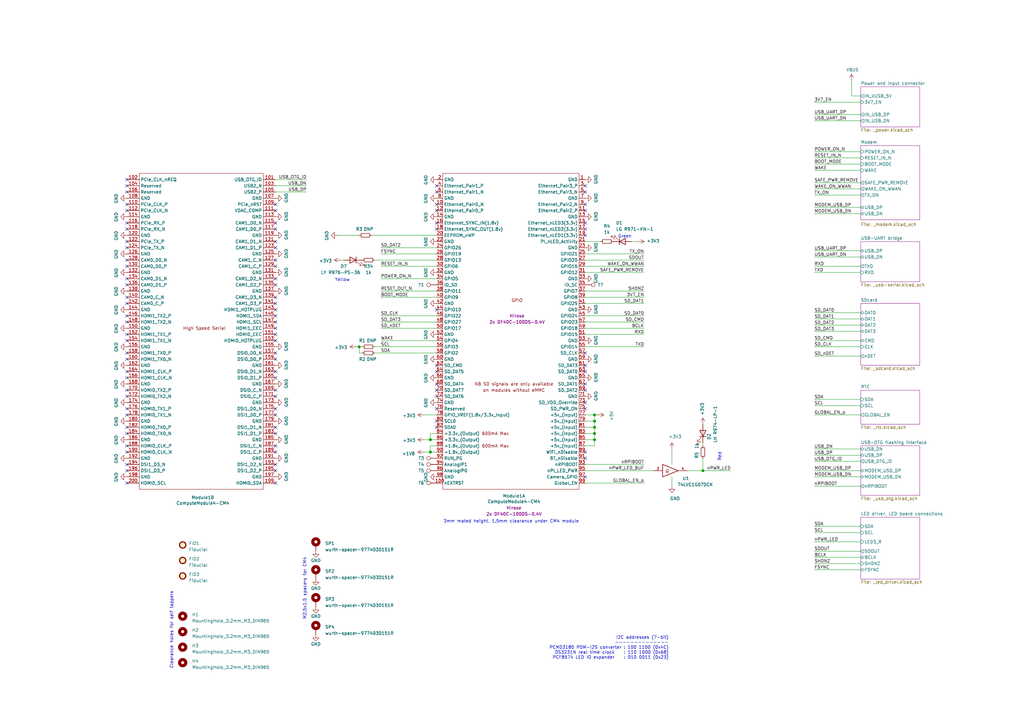
<source format=kicad_sch>
(kicad_sch (version 20210406) (generator eeschema)
  (paper "A3")
  (junction (at 147.32 142.24) (diameter 1.016))
  (junction (at 176.53 180.34) (diameter 1.016))
  (junction (at 176.53 185.42) (diameter 1.016))
  (junction (at 243.84 170.18) (diameter 1.016))
  (junction (at 243.84 172.72) (diameter 1.016))
  (junction (at 243.84 175.26) (diameter 1.016))
  (junction (at 243.84 177.8) (diameter 1.016))
  (junction (at 243.84 180.34) (diameter 1.016))
  (junction (at 288.29 193.04) (diameter 1.016))
  (no_connect (at 52.07 73.66))
  (no_connect (at 52.07 76.2))
  (no_connect (at 52.07 78.74))
  (no_connect (at 52.07 83.82))
  (no_connect (at 52.07 86.36))
  (no_connect (at 52.07 91.44))
  (no_connect (at 52.07 93.98))
  (no_connect (at 52.07 99.06))
  (no_connect (at 52.07 101.6))
  (no_connect (at 52.07 106.68))
  (no_connect (at 52.07 109.22))
  (no_connect (at 52.07 114.3))
  (no_connect (at 52.07 116.84))
  (no_connect (at 52.07 121.92))
  (no_connect (at 52.07 124.46))
  (no_connect (at 52.07 129.54))
  (no_connect (at 52.07 132.08))
  (no_connect (at 52.07 137.16))
  (no_connect (at 52.07 139.7))
  (no_connect (at 52.07 144.78))
  (no_connect (at 52.07 147.32))
  (no_connect (at 52.07 152.4))
  (no_connect (at 52.07 154.94))
  (no_connect (at 52.07 160.02))
  (no_connect (at 52.07 162.56))
  (no_connect (at 52.07 167.64))
  (no_connect (at 52.07 170.18))
  (no_connect (at 52.07 175.26))
  (no_connect (at 52.07 177.8))
  (no_connect (at 52.07 182.88))
  (no_connect (at 52.07 185.42))
  (no_connect (at 52.07 190.5))
  (no_connect (at 52.07 193.04))
  (no_connect (at 52.07 198.12))
  (no_connect (at 113.03 83.82))
  (no_connect (at 113.03 86.36))
  (no_connect (at 113.03 91.44))
  (no_connect (at 113.03 93.98))
  (no_connect (at 113.03 99.06))
  (no_connect (at 113.03 101.6))
  (no_connect (at 113.03 106.68))
  (no_connect (at 113.03 109.22))
  (no_connect (at 113.03 114.3))
  (no_connect (at 113.03 116.84))
  (no_connect (at 113.03 121.92))
  (no_connect (at 113.03 124.46))
  (no_connect (at 113.03 127))
  (no_connect (at 113.03 129.54))
  (no_connect (at 113.03 132.08))
  (no_connect (at 113.03 134.62))
  (no_connect (at 113.03 137.16))
  (no_connect (at 113.03 139.7))
  (no_connect (at 113.03 144.78))
  (no_connect (at 113.03 147.32))
  (no_connect (at 113.03 152.4))
  (no_connect (at 113.03 154.94))
  (no_connect (at 113.03 160.02))
  (no_connect (at 113.03 162.56))
  (no_connect (at 113.03 167.64))
  (no_connect (at 113.03 170.18))
  (no_connect (at 113.03 175.26))
  (no_connect (at 113.03 177.8))
  (no_connect (at 113.03 182.88))
  (no_connect (at 113.03 185.42))
  (no_connect (at 113.03 190.5))
  (no_connect (at 113.03 193.04))
  (no_connect (at 113.03 198.12))
  (no_connect (at 179.07 76.2))
  (no_connect (at 179.07 78.74))
  (no_connect (at 179.07 83.82))
  (no_connect (at 179.07 86.36))
  (no_connect (at 179.07 91.44))
  (no_connect (at 179.07 93.98))
  (no_connect (at 179.07 127))
  (no_connect (at 179.07 149.86))
  (no_connect (at 179.07 152.4))
  (no_connect (at 179.07 157.48))
  (no_connect (at 179.07 160.02))
  (no_connect (at 179.07 162.56))
  (no_connect (at 179.07 167.64))
  (no_connect (at 179.07 172.72))
  (no_connect (at 179.07 175.26))
  (no_connect (at 240.03 76.2))
  (no_connect (at 240.03 78.74))
  (no_connect (at 240.03 83.82))
  (no_connect (at 240.03 86.36))
  (no_connect (at 240.03 91.44))
  (no_connect (at 240.03 93.98))
  (no_connect (at 240.03 96.52))
  (no_connect (at 240.03 144.78))
  (no_connect (at 240.03 149.86))
  (no_connect (at 240.03 152.4))
  (no_connect (at 240.03 157.48))
  (no_connect (at 240.03 160.02))
  (no_connect (at 240.03 165.1))
  (no_connect (at 240.03 167.64))
  (no_connect (at 240.03 185.42))
  (no_connect (at 240.03 187.96))
  (no_connect (at 240.03 195.58))
  (wire (pts (xy 113.03 73.66) (xy 125.73 73.66)))
  (wire (pts (xy 113.03 76.2) (xy 125.73 76.2)))
  (wire (pts (xy 113.03 78.74) (xy 125.73 78.74)))
  (wire (pts (xy 138.43 96.52) (xy 147.32 96.52)))
  (wire (pts (xy 140.97 106.68) (xy 139.7 106.68)))
  (wire (pts (xy 146.05 142.24) (xy 147.32 142.24)))
  (wire (pts (xy 147.32 142.24) (xy 148.59 142.24)))
  (wire (pts (xy 147.32 144.78) (xy 147.32 142.24)))
  (wire (pts (xy 148.59 144.78) (xy 147.32 144.78)))
  (wire (pts (xy 152.4 96.52) (xy 179.07 96.52)))
  (wire (pts (xy 153.67 106.68) (xy 179.07 106.68)))
  (wire (pts (xy 153.67 142.24) (xy 179.07 142.24)))
  (wire (pts (xy 153.67 144.78) (xy 179.07 144.78)))
  (wire (pts (xy 156.21 101.6) (xy 179.07 101.6)))
  (wire (pts (xy 156.21 104.14) (xy 179.07 104.14)))
  (wire (pts (xy 156.21 109.22) (xy 179.07 109.22)))
  (wire (pts (xy 156.21 114.3) (xy 179.07 114.3)))
  (wire (pts (xy 156.21 119.38) (xy 179.07 119.38)))
  (wire (pts (xy 156.21 121.92) (xy 179.07 121.92)))
  (wire (pts (xy 156.21 129.54) (xy 179.07 129.54)))
  (wire (pts (xy 156.21 132.08) (xy 179.07 132.08)))
  (wire (pts (xy 156.21 134.62) (xy 179.07 134.62)))
  (wire (pts (xy 156.21 139.7) (xy 179.07 139.7)))
  (wire (pts (xy 173.99 170.18) (xy 179.07 170.18)))
  (wire (pts (xy 173.99 180.34) (xy 176.53 180.34)))
  (wire (pts (xy 173.99 185.42) (xy 176.53 185.42)))
  (wire (pts (xy 176.53 177.8) (xy 176.53 180.34)))
  (wire (pts (xy 176.53 180.34) (xy 179.07 180.34)))
  (wire (pts (xy 176.53 182.88) (xy 179.07 182.88)))
  (wire (pts (xy 176.53 185.42) (xy 176.53 182.88)))
  (wire (pts (xy 179.07 177.8) (xy 176.53 177.8)))
  (wire (pts (xy 179.07 185.42) (xy 176.53 185.42)))
  (wire (pts (xy 240.03 99.06) (xy 246.38 99.06)))
  (wire (pts (xy 240.03 104.14) (xy 264.16 104.14)))
  (wire (pts (xy 240.03 106.68) (xy 264.16 106.68)))
  (wire (pts (xy 240.03 109.22) (xy 264.16 109.22)))
  (wire (pts (xy 240.03 111.76) (xy 264.16 111.76)))
  (wire (pts (xy 240.03 119.38) (xy 264.16 119.38)))
  (wire (pts (xy 240.03 121.92) (xy 264.16 121.92)))
  (wire (pts (xy 240.03 124.46) (xy 264.16 124.46)))
  (wire (pts (xy 240.03 129.54) (xy 264.16 129.54)))
  (wire (pts (xy 240.03 132.08) (xy 264.16 132.08)))
  (wire (pts (xy 240.03 134.62) (xy 264.16 134.62)))
  (wire (pts (xy 240.03 137.16) (xy 264.16 137.16)))
  (wire (pts (xy 240.03 142.24) (xy 264.16 142.24)))
  (wire (pts (xy 240.03 170.18) (xy 243.84 170.18)))
  (wire (pts (xy 240.03 172.72) (xy 243.84 172.72)))
  (wire (pts (xy 240.03 175.26) (xy 243.84 175.26)))
  (wire (pts (xy 240.03 177.8) (xy 243.84 177.8)))
  (wire (pts (xy 240.03 180.34) (xy 243.84 180.34)))
  (wire (pts (xy 240.03 190.5) (xy 264.16 190.5)))
  (wire (pts (xy 240.03 193.04) (xy 267.97 193.04)))
  (wire (pts (xy 240.03 198.12) (xy 264.16 198.12)))
  (wire (pts (xy 243.84 170.18) (xy 243.84 172.72)))
  (wire (pts (xy 243.84 170.18) (xy 245.11 170.18)))
  (wire (pts (xy 243.84 172.72) (xy 243.84 175.26)))
  (wire (pts (xy 243.84 175.26) (xy 243.84 177.8)))
  (wire (pts (xy 243.84 177.8) (xy 243.84 180.34)))
  (wire (pts (xy 243.84 180.34) (xy 243.84 182.88)))
  (wire (pts (xy 243.84 182.88) (xy 240.03 182.88)))
  (wire (pts (xy 259.08 99.06) (xy 261.62 99.06)))
  (wire (pts (xy 275.59 184.15) (xy 275.59 190.5)))
  (wire (pts (xy 275.59 195.58) (xy 275.59 199.39)))
  (wire (pts (xy 281.94 193.04) (xy 288.29 193.04)))
  (wire (pts (xy 288.29 181.61) (xy 288.29 182.88)))
  (wire (pts (xy 288.29 187.96) (xy 288.29 193.04)))
  (wire (pts (xy 288.29 193.04) (xy 299.72 193.04)))
  (wire (pts (xy 334.01 41.91) (xy 353.06 41.91)))
  (wire (pts (xy 334.01 46.99) (xy 353.06 46.99)))
  (wire (pts (xy 334.01 49.53) (xy 353.06 49.53)))
  (wire (pts (xy 334.01 62.23) (xy 353.06 62.23)))
  (wire (pts (xy 334.01 64.77) (xy 353.06 64.77)))
  (wire (pts (xy 334.01 67.31) (xy 353.06 67.31)))
  (wire (pts (xy 334.01 69.85) (xy 353.06 69.85)))
  (wire (pts (xy 334.01 74.93) (xy 353.06 74.93)))
  (wire (pts (xy 334.01 77.47) (xy 353.06 77.47)))
  (wire (pts (xy 334.01 80.01) (xy 353.06 80.01)))
  (wire (pts (xy 334.01 85.09) (xy 353.06 85.09)))
  (wire (pts (xy 334.01 87.63) (xy 353.06 87.63)))
  (wire (pts (xy 334.01 102.87) (xy 353.06 102.87)))
  (wire (pts (xy 334.01 105.41) (xy 353.06 105.41)))
  (wire (pts (xy 334.01 109.22) (xy 353.06 109.22)))
  (wire (pts (xy 334.01 111.76) (xy 353.06 111.76)))
  (wire (pts (xy 334.01 128.27) (xy 353.06 128.27)))
  (wire (pts (xy 334.01 130.81) (xy 353.06 130.81)))
  (wire (pts (xy 334.01 133.35) (xy 353.06 133.35)))
  (wire (pts (xy 334.01 135.89) (xy 353.06 135.89)))
  (wire (pts (xy 334.01 139.7) (xy 353.06 139.7)))
  (wire (pts (xy 334.01 142.24) (xy 353.06 142.24)))
  (wire (pts (xy 334.01 146.05) (xy 353.06 146.05)))
  (wire (pts (xy 334.01 163.83) (xy 353.06 163.83)))
  (wire (pts (xy 334.01 166.37) (xy 353.06 166.37)))
  (wire (pts (xy 334.01 184.15) (xy 353.06 184.15)))
  (wire (pts (xy 334.01 186.69) (xy 353.06 186.69)))
  (wire (pts (xy 334.01 189.23) (xy 353.06 189.23)))
  (wire (pts (xy 334.01 193.04) (xy 353.06 193.04)))
  (wire (pts (xy 334.01 195.58) (xy 353.06 195.58)))
  (wire (pts (xy 334.01 199.39) (xy 353.06 199.39)))
  (wire (pts (xy 334.01 215.9) (xy 353.06 215.9)))
  (wire (pts (xy 334.01 218.44) (xy 353.06 218.44)))
  (wire (pts (xy 334.01 222.25) (xy 353.06 222.25)))
  (wire (pts (xy 334.01 226.06) (xy 353.06 226.06)))
  (wire (pts (xy 334.01 228.6) (xy 353.06 228.6)))
  (wire (pts (xy 334.01 231.14) (xy 353.06 231.14)))
  (wire (pts (xy 334.01 233.68) (xy 353.06 233.68)))
  (wire (pts (xy 349.25 33.02) (xy 349.25 39.37)))
  (wire (pts (xy 349.25 39.37) (xy 353.06 39.37)))
  (wire (pts (xy 353.06 170.18) (xy 334.01 170.18)))
  (text "Clearance holes for self tappers" (at 71.12 274.32 90) (effects (font (size 1.27 1.27)) (justify left bottom)))
  (text "M2.5x1.5 spacers for CM4" (at 125.73 228.6 270) (effects (font (size 1.27 1.27)) (justify right bottom)))
  (text "Yellow" (at 143.51 115.57 180) (effects (font (size 1.27 1.27)) (justify right bottom)))
  (text "3mm mated height, 1.5mm clearance under CM4 module" (at 237.49 214.63 0) (effects (font (size 1.27 1.27)) (justify right bottom)))
  (text "Green" (at 259.08 97.79 180) (effects (font (size 1.27 1.27)) (justify right bottom)))
  (text "I2C addresses (7-bit)\n--------------\nPCMD3180 PDM-I2S converter : 100 1100 (0x4C)\nDS3231N real time clock    : 110 1000 (0x68)\nPCF8574 LED IO expander    : 010 0011 (0x23)\n" (at 274.32 270.51 0) (effects (font (size 1.27 1.27)) (justify right bottom)))
  (text "Red" (at 295.91 185.42 270) (effects (font (size 1.27 1.27)) (justify right bottom)))
  (label "USB_OTG_ID" (at 125.73 73.66 180))
  (label "USB_DN" (at 125.73 76.2 180))
  (label "USB_DP" (at 125.73 78.74 180))
  (label "SD_DAT2" (at 156.21 101.6 0))
  (label "FSYNC" (at 156.21 104.14 0))
  (label "RESET_IN_N" (at 156.21 109.22 0))
  (label "POWER_ON_N" (at 156.21 114.3 0))
  (label "RESET_OUT_N" (at 156.21 119.38 0))
  (label "BOOT_MODE" (at 156.21 121.92 0))
  (label "SD_CLK" (at 156.21 129.54 0))
  (label "SD_DAT3" (at 156.21 132.08 0))
  (label "SD_nDET" (at 156.21 134.62 0))
  (label "WAKE" (at 156.21 139.7 0))
  (label "SCL" (at 156.21 142.24 0))
  (label "SDA" (at 156.21 144.78 0))
  (label "TX_ON" (at 264.16 104.14 180))
  (label "SDOUT" (at 264.16 106.68 180))
  (label "WAKE_ON_WWAN" (at 264.16 109.22 180))
  (label "SAFE_PWR_REMOVE" (at 264.16 111.76 180))
  (label "SHDNZ" (at 264.16 119.38 180))
  (label "3V7_EN" (at 264.16 121.92 180))
  (label "SD_DAT1" (at 264.16 124.46 180))
  (label "SD_DAT0" (at 264.16 129.54 180))
  (label "SD_CMD" (at 264.16 132.08 180))
  (label "BCLK" (at 264.16 134.62 180))
  (label "RXD" (at 264.16 137.16 180))
  (label "TXD" (at 264.16 142.24 180))
  (label "nRPIBOOT" (at 264.16 190.5 180))
  (label "nPWR_LED_BUF" (at 264.16 193.04 180))
  (label "GLOBAL_EN_o" (at 264.16 198.12 180))
  (label "nPWR_LED" (at 299.72 193.04 180))
  (label "3V7_EN" (at 334.01 41.91 0))
  (label "USB_UART_DP" (at 334.01 46.99 0))
  (label "USB_UART_DN" (at 334.01 49.53 0))
  (label "POWER_ON_N" (at 334.01 62.23 0))
  (label "RESET_IN_N" (at 334.01 64.77 0))
  (label "BOOT_MODE" (at 334.01 67.31 0))
  (label "WAKE" (at 334.01 69.85 0))
  (label "SAFE_PWR_REMOVE" (at 334.01 74.93 0))
  (label "WAKE_ON_WWAN" (at 334.01 77.47 0))
  (label "TX_ON" (at 334.01 80.01 0))
  (label "MODEM_USB_DP" (at 334.01 85.09 0))
  (label "MODEM_USB_DN" (at 334.01 87.63 0))
  (label "USB_UART_DP" (at 334.01 102.87 0))
  (label "USB_UART_DN" (at 334.01 105.41 0))
  (label "RXD" (at 334.01 109.22 0))
  (label "TXD" (at 334.01 111.76 0))
  (label "SD_DAT0" (at 334.01 128.27 0))
  (label "SD_DAT1" (at 334.01 130.81 0))
  (label "SD_DAT2" (at 334.01 133.35 0))
  (label "SD_DAT3" (at 334.01 135.89 0))
  (label "SD_CMD" (at 334.01 139.7 0))
  (label "SD_CLK" (at 334.01 142.24 0))
  (label "SD_nDET" (at 334.01 146.05 0))
  (label "SDA" (at 334.01 163.83 0))
  (label "SCL" (at 334.01 166.37 0))
  (label "GLOBAL_EN_o" (at 334.01 170.18 0))
  (label "USB_DN" (at 334.01 184.15 0))
  (label "USB_DP" (at 334.01 186.69 0))
  (label "USB_OTG_ID" (at 334.01 189.23 0))
  (label "MODEM_USB_DP" (at 334.01 193.04 0))
  (label "MODEM_USB_DN" (at 334.01 195.58 0))
  (label "nRPIBOOT" (at 334.01 199.39 0))
  (label "SDA" (at 334.01 215.9 0))
  (label "SCL" (at 334.01 218.44 0))
  (label "nPWR_LED" (at 334.01 222.25 0))
  (label "SDOUT" (at 334.01 226.06 0))
  (label "BCLK" (at 334.01 228.6 0))
  (label "SHDNZ" (at 334.01 231.14 0))
  (label "FSYNC" (at 334.01 233.68 0))
  (symbol (lib_id "power:+3V3") (at 139.7 106.68 90) (unit 1)
    (property "Reference" "#PWR0119" (effects hide))
    (property "Value" "+3V3" (at 133.4706 106.9467 90))
  )
  (symbol (lib_id "power:+3V3") (at 146.05 142.24 90) (unit 1)
    (property "Reference" "#PWR031" (effects hide))
    (property "Value" "+3V3" (at 139.8206 142.5067 90))
  )
  (symbol (lib_id "power:+3V3") (at 173.99 170.18 90) (unit 1)
    (property "Reference" "#PWR033" (effects hide))
    (property "Value" "+3V3" (at 167.7606 170.4467 90))
  )
  (symbol (lib_id "power:+3V3") (at 173.99 180.34 90) (unit 1)
    (property "Reference" "#PWR034" (effects hide))
    (property "Value" "+3V3" (at 167.7606 180.6067 90))
  )
  (symbol (lib_id "power:+1V8") (at 173.99 185.42 90) (unit 1)
    (property "Reference" "#PWR035" (effects hide))
    (property "Value" "+1V8" (at 170.18 186.055 90) (effects (justify left)))
  )
  (symbol (lib_id "power:+5V") (at 245.11 170.18 270) (unit 1)
    (property "Reference" "#PWR057" (effects hide))
    (property "Value" "+5V" (at 250.7742 170.561 0))
  )
  (symbol (lib_id "power:+3V3") (at 261.62 99.06 270) (unit 1)
    (property "Reference" "#PWR058" (effects hide))
    (property "Value" "+3V3" (at 267.8494 98.7933 90))
  )
  (symbol (lib_id "power:+3V3") (at 275.59 184.15 0) (unit 1)
    (property "Reference" "#PWR059" (effects hide))
    (property "Value" "+3V3" (at 276.86 179.07 0))
  )
  (symbol (lib_id "power:+3V3") (at 288.29 173.99 0) (unit 1)
    (property "Reference" "#PWR061" (effects hide))
    (property "Value" "+3V3" (at 288.0233 167.7606 90))
  )
  (symbol (lib_id "power:VBUS") (at 349.25 33.02 0) (unit 1)
    (property "Reference" "#PWR063" (effects hide))
    (property "Value" "VBUS" (at 349.631 28.6258 0))
  )
  (symbol (lib_id "Connector:TestPoint") (at 179.07 116.84 90) (unit 1)
    (property "Reference" "T1" (at 173.99 116.84 90) (effects (justify left)))
    (property "Value" " " (at 173.99 118.11 90) (effects (justify left)))
    (property "Footprint" "TestPoint:TestPoint_Pad_D1.0mm" (effects hide))
  )
  (symbol (lib_id "Connector:TestPoint") (at 179.07 187.96 90) (unit 1)
    (property "Reference" "T3" (at 173.99 187.96 90) (effects (justify left)))
    (property "Value" " " (at 173.99 189.23 90) (effects (justify left)))
    (property "Footprint" "TestPoint:TestPoint_Pad_D1.0mm" (effects hide))
  )
  (symbol (lib_id "Connector:TestPoint") (at 179.07 190.5 90) (unit 1)
    (property "Reference" "T4" (at 173.99 190.5 90) (effects (justify left)))
    (property "Value" " " (at 173.99 191.77 90) (effects (justify left)))
    (property "Footprint" "TestPoint:TestPoint_Pad_D1.0mm" (effects hide))
  )
  (symbol (lib_id "Connector:TestPoint") (at 179.07 193.04 90) (unit 1)
    (property "Reference" "T5" (at 173.99 193.04 90) (effects (justify left)))
    (property "Value" " " (at 173.99 194.31 90) (effects (justify left)))
    (property "Footprint" "TestPoint:TestPoint_Pad_D1.0mm" (effects hide))
  )
  (symbol (lib_id "Connector:TestPoint") (at 179.07 198.12 90) (unit 1)
    (property "Reference" "T6" (at 173.99 198.12 90) (effects (justify left)))
    (property "Value" " " (at 173.99 199.39 90) (effects (justify left)))
    (property "Footprint" "TestPoint:TestPoint_Pad_D1.0mm" (effects hide))
  )
  (symbol (lib_id "Connector:TestPoint") (at 240.03 116.84 270) (mirror x) (unit 1)
    (property "Reference" "T7" (at 245.11 116.84 90) (effects (justify left)))
    (property "Value" " " (at 245.11 118.11 90) (effects (justify left)))
    (property "Footprint" "TestPoint:TestPoint_Pad_D1.0mm" (effects hide))
  )
  (symbol (lib_id "power:GND") (at 52.07 81.28 270) (unit 1)
    (property "Reference" "#PWR01" (effects hide))
    (property "Value" "GND" (at 47.6758 81.407 0))
  )
  (symbol (lib_id "power:GND") (at 52.07 88.9 270) (unit 1)
    (property "Reference" "#PWR02" (effects hide))
    (property "Value" "GND" (at 47.6758 89.027 0))
  )
  (symbol (lib_id "power:GND") (at 52.07 96.52 270) (unit 1)
    (property "Reference" "#PWR03" (effects hide))
    (property "Value" "GND" (at 47.6758 96.647 0))
  )
  (symbol (lib_id "power:GND") (at 52.07 104.14 270) (unit 1)
    (property "Reference" "#PWR04" (effects hide))
    (property "Value" "GND" (at 47.6758 104.267 0))
  )
  (symbol (lib_id "power:GND") (at 52.07 111.76 270) (unit 1)
    (property "Reference" "#PWR05" (effects hide))
    (property "Value" "GND" (at 47.6758 111.887 0))
  )
  (symbol (lib_id "power:GND") (at 52.07 119.38 270) (unit 1)
    (property "Reference" "#PWR06" (effects hide))
    (property "Value" "GND" (at 47.6758 119.507 0))
  )
  (symbol (lib_id "power:GND") (at 52.07 127 270) (unit 1)
    (property "Reference" "#PWR07" (effects hide))
    (property "Value" "GND" (at 47.6758 127.127 0))
  )
  (symbol (lib_id "power:GND") (at 52.07 134.62 270) (unit 1)
    (property "Reference" "#PWR08" (effects hide))
    (property "Value" "GND" (at 47.6758 134.747 0))
  )
  (symbol (lib_id "power:GND") (at 52.07 142.24 270) (unit 1)
    (property "Reference" "#PWR09" (effects hide))
    (property "Value" "GND" (at 47.6758 142.367 0))
  )
  (symbol (lib_id "power:GND") (at 52.07 149.86 270) (unit 1)
    (property "Reference" "#PWR010" (effects hide))
    (property "Value" "GND" (at 47.6758 149.987 0))
  )
  (symbol (lib_id "power:GND") (at 52.07 157.48 270) (unit 1)
    (property "Reference" "#PWR011" (effects hide))
    (property "Value" "GND" (at 47.6758 157.607 0))
  )
  (symbol (lib_id "power:GND") (at 52.07 165.1 270) (unit 1)
    (property "Reference" "#PWR012" (effects hide))
    (property "Value" "GND" (at 47.6758 165.227 0))
  )
  (symbol (lib_id "power:GND") (at 52.07 172.72 270) (unit 1)
    (property "Reference" "#PWR013" (effects hide))
    (property "Value" "GND" (at 47.6758 172.847 0))
  )
  (symbol (lib_id "power:GND") (at 52.07 180.34 270) (unit 1)
    (property "Reference" "#PWR014" (effects hide))
    (property "Value" "GND" (at 47.6758 180.467 0))
  )
  (symbol (lib_id "power:GND") (at 52.07 187.96 270) (unit 1)
    (property "Reference" "#PWR015" (effects hide))
    (property "Value" "GND" (at 47.6758 188.087 0))
  )
  (symbol (lib_id "power:GND") (at 52.07 195.58 270) (unit 1)
    (property "Reference" "#PWR016" (effects hide))
    (property "Value" "GND" (at 47.6758 195.707 0))
  )
  (symbol (lib_id "power:GND") (at 113.03 81.28 90) (unit 1)
    (property "Reference" "#PWR017" (effects hide))
    (property "Value" "GND" (at 117.4242 81.153 0))
  )
  (symbol (lib_id "power:GND") (at 113.03 88.9 90) (unit 1)
    (property "Reference" "#PWR018" (effects hide))
    (property "Value" "GND" (at 117.4242 88.773 0))
  )
  (symbol (lib_id "power:GND") (at 113.03 96.52 90) (unit 1)
    (property "Reference" "#PWR019" (effects hide))
    (property "Value" "GND" (at 117.4242 96.393 0))
  )
  (symbol (lib_id "power:GND") (at 113.03 104.14 90) (unit 1)
    (property "Reference" "#PWR020" (effects hide))
    (property "Value" "GND" (at 117.4242 104.013 0))
  )
  (symbol (lib_id "power:GND") (at 113.03 111.76 90) (unit 1)
    (property "Reference" "#PWR021" (effects hide))
    (property "Value" "GND" (at 117.4242 111.633 0))
  )
  (symbol (lib_id "power:GND") (at 113.03 119.38 90) (unit 1)
    (property "Reference" "#PWR022" (effects hide))
    (property "Value" "GND" (at 117.4242 119.253 0))
  )
  (symbol (lib_id "power:GND") (at 113.03 142.24 90) (unit 1)
    (property "Reference" "#PWR023" (effects hide))
    (property "Value" "GND" (at 117.4242 142.113 0))
  )
  (symbol (lib_id "power:GND") (at 113.03 149.86 90) (unit 1)
    (property "Reference" "#PWR024" (effects hide))
    (property "Value" "GND" (at 117.4242 149.733 0))
  )
  (symbol (lib_id "power:GND") (at 113.03 157.48 90) (unit 1)
    (property "Reference" "#PWR025" (effects hide))
    (property "Value" "GND" (at 117.4242 157.353 0))
  )
  (symbol (lib_id "power:GND") (at 113.03 165.1 90) (unit 1)
    (property "Reference" "#PWR026" (effects hide))
    (property "Value" "GND" (at 117.4242 164.973 0))
  )
  (symbol (lib_id "power:GND") (at 113.03 172.72 90) (unit 1)
    (property "Reference" "#PWR027" (effects hide))
    (property "Value" "GND" (at 117.4242 172.593 0))
  )
  (symbol (lib_id "power:GND") (at 113.03 180.34 90) (unit 1)
    (property "Reference" "#PWR028" (effects hide))
    (property "Value" "GND" (at 117.4242 180.213 0))
  )
  (symbol (lib_id "power:GND") (at 113.03 187.96 90) (unit 1)
    (property "Reference" "#PWR029" (effects hide))
    (property "Value" "GND" (at 117.4242 187.833 0))
  )
  (symbol (lib_id "power:GND") (at 113.03 195.58 90) (unit 1)
    (property "Reference" "#PWR030" (effects hide))
    (property "Value" "GND" (at 117.4242 195.453 0))
  )
  (symbol (lib_id "power:GND") (at 129.54 226.06 0) (unit 1)
    (property "Reference" "#PWR?" (effects hide))
    (property "Value" "GND" (at 129.54 229.87 0))
  )
  (symbol (lib_id "power:GND") (at 129.54 237.49 0) (unit 1)
    (property "Reference" "#PWR?" (effects hide))
    (property "Value" "GND" (at 129.54 241.3 0))
  )
  (symbol (lib_id "power:GND") (at 129.54 248.92 0) (unit 1)
    (property "Reference" "#PWR?" (effects hide))
    (property "Value" "GND" (at 129.54 252.73 0))
  )
  (symbol (lib_id "power:GND") (at 129.54 260.35 0) (unit 1)
    (property "Reference" "#PWR?" (effects hide))
    (property "Value" "GND" (at 129.54 264.16 0))
  )
  (symbol (lib_id "power:GND") (at 138.43 96.52 270) (unit 1)
    (property "Reference" "#PWR032" (effects hide))
    (property "Value" "GND" (at 134.0358 96.647 0))
  )
  (symbol (lib_id "power:GND") (at 179.07 73.66 270) (unit 1)
    (property "Reference" "#PWR036" (effects hide))
    (property "Value" "GND" (at 174.6758 73.787 0))
  )
  (symbol (lib_id "power:GND") (at 179.07 81.28 270) (unit 1)
    (property "Reference" "#PWR037" (effects hide))
    (property "Value" "GND" (at 174.6758 81.407 0))
  )
  (symbol (lib_id "power:GND") (at 179.07 88.9 270) (unit 1)
    (property "Reference" "#PWR038" (effects hide))
    (property "Value" "GND" (at 174.6758 89.027 0))
  )
  (symbol (lib_id "power:GND") (at 179.07 99.06 270) (unit 1)
    (property "Reference" "#PWR039" (effects hide))
    (property "Value" "GND" (at 174.6758 99.187 0))
  )
  (symbol (lib_id "power:GND") (at 179.07 111.76 270) (unit 1)
    (property "Reference" "#PWR040" (effects hide))
    (property "Value" "GND" (at 174.6758 111.887 0))
  )
  (symbol (lib_id "power:GND") (at 179.07 124.46 270) (unit 1)
    (property "Reference" "#PWR041" (effects hide))
    (property "Value" "GND" (at 174.6758 124.587 0))
  )
  (symbol (lib_id "power:GND") (at 179.07 137.16 270) (unit 1)
    (property "Reference" "#PWR042" (effects hide))
    (property "Value" "GND" (at 174.6758 137.287 0))
  )
  (symbol (lib_id "power:GND") (at 179.07 147.32 270) (unit 1)
    (property "Reference" "#PWR043" (effects hide))
    (property "Value" "GND" (at 174.6758 147.447 0))
  )
  (symbol (lib_id "power:GND") (at 179.07 154.94 270) (unit 1)
    (property "Reference" "#PWR044" (effects hide))
    (property "Value" "GND" (at 174.6758 155.067 0))
  )
  (symbol (lib_id "power:GND") (at 179.07 165.1 270) (unit 1)
    (property "Reference" "#PWR045" (effects hide))
    (property "Value" "GND" (at 174.6758 165.227 0))
  )
  (symbol (lib_id "power:GND") (at 179.07 195.58 270) (unit 1)
    (property "Reference" "#PWR046" (effects hide))
    (property "Value" "GND" (at 174.6758 195.707 0))
  )
  (symbol (lib_id "power:GND") (at 240.03 73.66 90) (unit 1)
    (property "Reference" "#PWR047" (effects hide))
    (property "Value" "GND" (at 244.4242 73.533 0))
  )
  (symbol (lib_id "power:GND") (at 240.03 81.28 90) (unit 1)
    (property "Reference" "#PWR048" (effects hide))
    (property "Value" "GND" (at 244.4242 81.153 0))
  )
  (symbol (lib_id "power:GND") (at 240.03 88.9 90) (unit 1)
    (property "Reference" "#PWR049" (effects hide))
    (property "Value" "GND" (at 244.4242 88.773 0))
  )
  (symbol (lib_id "power:GND") (at 240.03 101.6 90) (unit 1)
    (property "Reference" "#PWR050" (effects hide))
    (property "Value" "GND" (at 244.4242 101.473 0))
  )
  (symbol (lib_id "power:GND") (at 240.03 114.3 90) (unit 1)
    (property "Reference" "#PWR051" (effects hide))
    (property "Value" "GND" (at 244.4242 114.173 0))
  )
  (symbol (lib_id "power:GND") (at 240.03 127 90) (unit 1)
    (property "Reference" "#PWR052" (effects hide))
    (property "Value" "GND" (at 244.4242 126.873 0))
  )
  (symbol (lib_id "power:GND") (at 240.03 139.7 90) (unit 1)
    (property "Reference" "#PWR053" (effects hide))
    (property "Value" "GND" (at 244.4242 139.573 0))
  )
  (symbol (lib_id "power:GND") (at 240.03 147.32 90) (unit 1)
    (property "Reference" "#PWR054" (effects hide))
    (property "Value" "GND" (at 244.4242 147.193 0))
  )
  (symbol (lib_id "power:GND") (at 240.03 154.94 90) (unit 1)
    (property "Reference" "#PWR055" (effects hide))
    (property "Value" "GND" (at 244.4242 154.813 0))
  )
  (symbol (lib_id "power:GND") (at 240.03 162.56 90) (unit 1)
    (property "Reference" "#PWR056" (effects hide))
    (property "Value" "GND" (at 244.4242 162.433 0))
  )
  (symbol (lib_id "power:GND") (at 275.59 199.39 0) (unit 1)
    (property "Reference" "#PWR060" (effects hide))
    (property "Value" "GND" (at 276.86 204.47 0))
  )
  (symbol (lib_id "Mechanical:Fiducial") (at 74.93 223.52 0) (unit 1)
    (property "Reference" "FID1" (at 77.47 222.8849 0) (effects (justify left)))
    (property "Value" "Fiducial" (at 77.47 225.4249 0) (effects (justify left)))
    (property "Footprint" "Fiducial:Fiducial_1mm_Mask2mm" (effects hide))
  )
  (symbol (lib_id "Mechanical:Fiducial") (at 74.93 229.87 0) (unit 1)
    (property "Reference" "FID2" (at 77.47 229.2349 0) (effects (justify left)))
    (property "Value" "Fiducial" (at 77.47 231.7749 0) (effects (justify left)))
    (property "Footprint" "Fiducial:Fiducial_1mm_Mask2mm" (effects hide))
  )
  (symbol (lib_id "Mechanical:Fiducial") (at 74.93 236.22 0) (unit 1)
    (property "Reference" "FID3" (at 77.47 235.5849 0) (effects (justify left)))
    (property "Value" "Fiducial" (at 77.47 238.1249 0) (effects (justify left)))
    (property "Footprint" "Fiducial:Fiducial_1mm_Mask2mm" (effects hide))
  )
  (symbol (lib_id "Device:R_Small") (at 149.86 96.52 270) (mirror x) (unit 1)
    (property "Reference" "R3" (at 147.32 93.98 90))
    (property "Value" "DNP" (at 151.13 93.98 90))
    (property "Footprint" "Resistor_SMD:R_0603_1608Metric" (effects hide))
  )
  (symbol (lib_id "Device:R_Small") (at 151.13 106.68 270) (unit 1)
    (property "Reference" "R34" (at 151.13 109.22 90))
    (property "Value" "1k" (at 151.13 111.76 90))
    (property "Footprint" "Resistor_SMD:R_0603_1608Metric" (effects hide))
  )
  (symbol (lib_id "Device:R_Small") (at 151.13 142.24 270) (mirror x) (unit 1)
    (property "Reference" "R1" (at 148.59 139.7 90))
    (property "Value" "DNP" (at 152.4 139.7 90))
    (property "Footprint" "Resistor_SMD:R_0603_1608Metric" (effects hide))
  )
  (symbol (lib_id "Device:R_Small") (at 151.13 144.78 270) (unit 1)
    (property "Reference" "R2" (at 148.59 147.32 90))
    (property "Value" "DNP" (at 152.4 147.32 90))
    (property "Footprint" "Resistor_SMD:R_0603_1608Metric" (effects hide))
  )
  (symbol (lib_id "Device:R_Small") (at 248.92 99.06 90) (unit 1)
    (property "Reference" "R4" (at 248.92 92.71 90))
    (property "Value" "1k" (at 248.92 95.25 90))
    (property "Footprint" "Resistor_SMD:R_0603_1608Metric" (effects hide))
  )
  (symbol (lib_id "Device:R_Small") (at 288.29 185.42 0) (mirror x) (unit 1)
    (property "Reference" "R5" (at 285.75 186.69 90))
    (property "Value" "1k" (at 285.75 182.88 90))
    (property "Footprint" "Resistor_SMD:R_0603_1608Metric" (effects hide))
  )
  (symbol (lib_id "Mechanical:MountingHole") (at 74.93 252.73 0) (unit 1)
    (property "Reference" "H1" (at 78.74 252.0949 0) (effects (justify left)))
    (property "Value" "MountingHole_3.2mm_M3_DIN965" (at 78.74 254.6349 0) (effects (justify left)))
    (property "Footprint" "MountingHole:MountingHole_3.2mm_M3_DIN965" (effects hide))
  )
  (symbol (lib_id "Mechanical:MountingHole") (at 74.93 259.08 0) (unit 1)
    (property "Reference" "H2" (at 78.74 258.4449 0) (effects (justify left)))
    (property "Value" "MountingHole_3.2mm_M3_DIN965" (at 78.74 260.9849 0) (effects (justify left)))
    (property "Footprint" "MountingHole:MountingHole_3.2mm_M3_DIN965" (effects hide))
  )
  (symbol (lib_id "Mechanical:MountingHole") (at 74.93 265.43 0) (mirror y) (unit 1)
    (property "Reference" "H3" (at 78.74 264.7949 0) (effects (justify right)))
    (property "Value" "MountingHole_3.2mm_M3_DIN965" (at 78.74 267.3349 0) (effects (justify right)))
    (property "Footprint" "MountingHole:MountingHole_3.2mm_M3_DIN965" (effects hide))
  )
  (symbol (lib_id "Mechanical:MountingHole") (at 74.93 271.78 0) (unit 1)
    (property "Reference" "H4" (at 78.74 271.1449 0) (effects (justify left)))
    (property "Value" "MountingHole_3.2mm_M3_DIN965" (at 78.74 273.6849 0) (effects (justify left)))
    (property "Footprint" "MountingHole:MountingHole_3.2mm_M3_DIN965" (effects hide))
  )
  (symbol (lib_id "Mechanical:MountingHole_Pad") (at 129.54 223.52 0) (unit 1)
    (property "Reference" "SP1" (at 133.35 222.8849 0) (effects (justify left)))
    (property "Value" "wurth-spacer-9774030151R" (at 133.35 225.4249 0) (effects (justify left)))
    (property "Footprint" "jeffmakes-footprints:wurth-spacer-WA-SMSI-9774030151R" (effects hide))
  )
  (symbol (lib_id "Mechanical:MountingHole_Pad") (at 129.54 234.95 0) (unit 1)
    (property "Reference" "SP2" (at 133.35 234.3149 0) (effects (justify left)))
    (property "Value" "wurth-spacer-9774030151R" (at 133.35 236.8549 0) (effects (justify left)))
    (property "Footprint" "jeffmakes-footprints:wurth-spacer-WA-SMSI-9774030151R" (effects hide))
  )
  (symbol (lib_id "Mechanical:MountingHole_Pad") (at 129.54 246.38 0) (unit 1)
    (property "Reference" "SP3" (at 133.35 245.7449 0) (effects (justify left)))
    (property "Value" "wurth-spacer-9774030151R" (at 133.35 248.2849 0) (effects (justify left)))
    (property "Footprint" "jeffmakes-footprints:wurth-spacer-WA-SMSI-9774030151R" (effects hide))
  )
  (symbol (lib_id "Mechanical:MountingHole_Pad") (at 129.54 257.81 0) (unit 1)
    (property "Reference" "SP4" (at 133.35 257.1749 0) (effects (justify left)))
    (property "Value" "wurth-spacer-9774030151R" (at 133.35 259.7149 0) (effects (justify left)))
    (property "Footprint" "jeffmakes-footprints:wurth-spacer-WA-SMSI-9774030151R" (effects hide))
  )
  (symbol (lib_id "Device:LED") (at 144.78 106.68 0) (mirror y) (unit 1)
    (property "Reference" "D7" (at 140.97 109.22 0))
    (property "Value" "LY R976-PS-36" (at 139.7 111.76 0))
    (property "Footprint" "jeffmakes-footprints:CHIPLED-0805" (effects hide))
  )
  (symbol (lib_id "Device:LED") (at 255.27 99.06 0) (mirror x) (unit 1)
    (property "Reference" "D1" (at 254 91.44 0))
    (property "Value" "LG R971-KN-1" (at 260.35 93.98 0))
    (property "Footprint" "jeffmakes-footprints:CHIPLED-0805" (effects hide))
  )
  (symbol (lib_id "Device:LED") (at 288.29 177.8 270) (mirror x) (unit 1)
    (property "Reference" "D2" (at 290.83 179.07 0))
    (property "Value" "LH R974-LP-1" (at 293.37 173.99 0))
    (property "Footprint" "jeffmakes-footprints:CHIPLED-0805" (effects hide))
  )
  (symbol (lib_id "74xGxx:74LVC1G07") (at 275.59 193.04 0) (unit 1)
    (property "Reference" "U1" (at 281.305 196.215 0))
    (property "Value" "74LVC1G07DCK" (at 285.115 198.755 0))
    (property "Footprint" "Package_TO_SOT_SMD:SOT-353_SC-70-5" (effects hide))
    (property "Datasheet" "http://www.ti.com/lit/sg/scyt129e/scyt129e.pdf" (effects hide))
  )
  (symbol (lib_name "CM4IO:ComputeModule4-CM4_1") (lib_id "CM4IO:ComputeModule4-CM4") (at -57.15 134.62 0) (unit 2)
    (property "Reference" "Module1" (at 83.185 204.0444 0))
    (property "Value" "ComputeModule4-CM4" (at 83.185 206.3431 0))
    (property "Footprint" "Raspberry_Pi_CM4:Raspberry-Pi-4-Compute-Module" (effects hide))
    (property "Field4" "Hirose" (at 210.82 208.28 0))
    (property "Field5" "2x DF40C-100DS-0.4V" (at 210.82 210.82 0))
  )
  (symbol (lib_id "CM4IO:ComputeModule4-CM4") (at 212.09 129.54 0) (unit 1)
    (property "Reference" "Module1" (at 210.82 203.4094 0))
    (property "Value" "ComputeModule4-CM4" (at 210.82 205.7081 0))
    (property "Footprint" "Raspberry_Pi_CM4:Raspberry-Pi-4-Compute-Module" (effects hide))
    (property "Field4" "Hirose" (at 212.09 129.54 0))
    (property "Field5" "2x DF40C-100DS-0.4V" (at 212.09 132.08 0))
  )
  (sheet (at 353.06 212.09) (size 24.13 25.4) (stroke (width 0.001) (color 132 0 132 1)) (fill (color 255 255 255 0.0000))
    (property "Sheet name" "LED driver, LED board connections" (at 353.06 211.4541 0) (effects (justify left bottom)))
    (property "Sheet file" "_led_driver.kicad_sch" (at 353.06 237.9989 0) (effects (justify left top)))
    (pin "SDOUT" output (at 353.06 226.06 180))
    (pin "BCLK" bidirectional (at 353.06 228.6 180))
    (pin "SDA" input (at 353.06 215.9 180))
    (pin "SCL" input (at 353.06 218.44 180))
    (pin "SHDNZ" input (at 353.06 231.14 180))
    (pin "FSYNC" bidirectional (at 353.06 233.68 180))
    (pin "LED3_R" input (at 353.06 222.25 180))
  )
  (sheet (at 353.06 59.69) (size 24.13 30.48) (stroke (width 0.001) (color 132 0 132 1)) (fill (color 255 255 255 0.0000))
    (property "Sheet name" "Modem" (at 353.06 59.0541 0) (effects (justify left bottom)))
    (property "Sheet file" "_modem.kicad_sch" (at 353.06 91.3139 0) (effects (justify left top)))
    (pin "USB_DP" bidirectional (at 353.06 85.09 180))
    (pin "USB_DN" bidirectional (at 353.06 87.63 180))
    (pin "RESET_IN_N" input (at 353.06 64.77 180))
    (pin "POWER_ON_N" input (at 353.06 62.23 180))
    (pin "WAKE" input (at 353.06 69.85 180))
    (pin "SAFE_PWR_REMOVE" output (at 353.06 74.93 180))
    (pin "WAKE_ON_WWAN" output (at 353.06 77.47 180))
    (pin "TX_ON" output (at 353.06 80.01 180))
    (pin "BOOT_MODE" input (at 353.06 67.31 180))
  )
  (sheet (at 353.06 35.56) (size 24.13 16.51) (stroke (width 0.001) (color 132 0 132 1)) (fill (color 255 255 255 0.0000))
    (property "Sheet name" "Power and input connector" (at 353.06 34.9241 0) (effects (justify left bottom)))
    (property "Sheet file" "_power.kicad_sch" (at 353.06 52.5789 0) (effects (justify left top)))
    (pin "3V7_EN" input (at 353.06 41.91 180))
    (pin "IN_VUSB_5V" output (at 353.06 39.37 180))
    (pin "IN_USB_DP" output (at 353.06 46.99 180))
    (pin "IN_USB_DN" output (at 353.06 49.53 180))
  )
  (sheet (at 353.06 160.02) (size 24.13 13.97) (stroke (width 0.001) (color 132 0 132 1)) (fill (color 255 255 255 0.0000))
    (property "Sheet name" "RTC" (at 353.06 159.3841 0) (effects (justify left bottom)))
    (property "Sheet file" "_rtc.kicad_sch" (at 353.06 174.4989 0) (effects (justify left top)))
    (pin "GLOBAL_EN" output (at 353.06 170.18 180))
    (pin "SDA" input (at 353.06 163.83 180))
    (pin "SCL" input (at 353.06 166.37 180))
  )
  (sheet (at 353.06 124.46) (size 24.13 25.4) (stroke (width 0.001) (color 132 0 132 1)) (fill (color 255 255 255 0.0000))
    (property "Sheet name" "SDcard" (at 353.06 123.8241 0) (effects (justify left bottom)))
    (property "Sheet file" "_sdcard.kicad_sch" (at 353.06 150.3689 0) (effects (justify left top)))
    (pin "nDET" output (at 353.06 146.05 180))
    (pin "CLK" input (at 353.06 142.24 180))
    (pin "CMD" bidirectional (at 353.06 139.7 180))
    (pin "DAT1" bidirectional (at 353.06 130.81 180))
    (pin "DAT3" bidirectional (at 353.06 135.89 180))
    (pin "DAT0" bidirectional (at 353.06 128.27 180))
    (pin "DAT2" bidirectional (at 353.06 133.35 180))
  )
  (sheet (at 353.06 182.88) (size 24.13 20.32) (stroke (width 0.001) (color 132 0 132 1)) (fill (color 255 255 255 0.0000))
    (property "Sheet name" "USB-OTG flashing interface" (at 353.06 182.2441 0) (effects (justify left bottom)))
    (property "Sheet file" "_usb_otg.kicad_sch" (at 353.06 203.7089 0) (effects (justify left top)))
    (pin "nRPIBOOT" output (at 353.06 199.39 180))
    (pin "USB_OTG_ID" output (at 353.06 189.23 180))
    (pin "USB_DN" bidirectional (at 353.06 184.15 180))
    (pin "USB_DP" bidirectional (at 353.06 186.69 180))
    (pin "MODEM_USD_DP" bidirectional (at 353.06 193.04 180))
    (pin "MODEM_USB_DN" bidirectional (at 353.06 195.58 180))
  )
  (sheet (at 353.06 99.06) (size 24.13 16.51) (stroke (width 0.001) (color 132 0 132 1)) (fill (color 255 255 255 0.0000))
    (property "Sheet name" "USB-UART bridge" (at 353.06 98.4241 0) (effects (justify left bottom)))
    (property "Sheet file" "_usb-serial.kicad_sch" (at 353.06 116.0789 0) (effects (justify left top)))
    (pin "USB_DP" bidirectional (at 353.06 102.87 180))
    (pin "USB_DN" bidirectional (at 353.06 105.41 180))
    (pin "TXD" output (at 353.06 109.22 180))
    (pin "RXD" input (at 353.06 111.76 180))
  )
)
</source>
